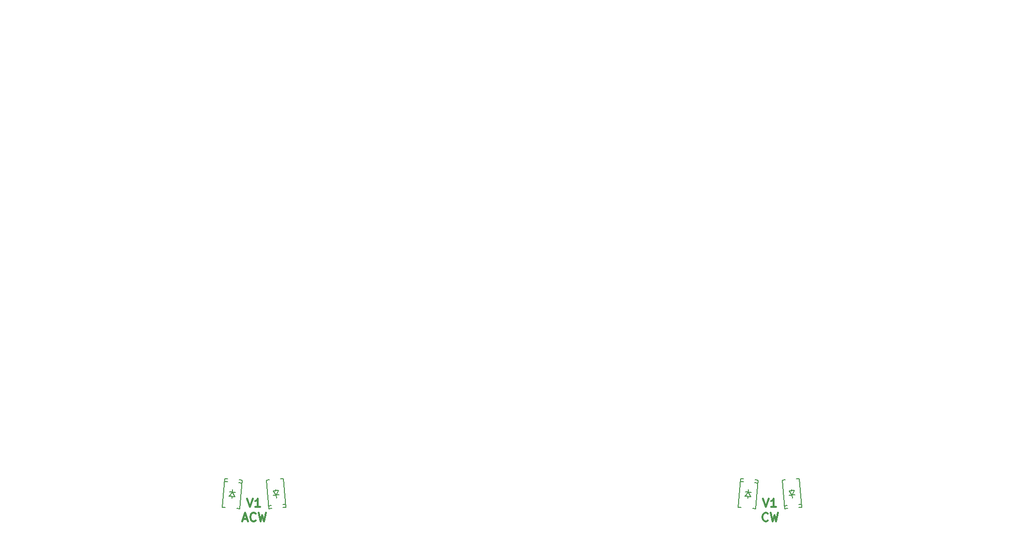
<source format=gto>
G04 #@! TF.FileFunction,Legend,Top*
%FSLAX46Y46*%
G04 Gerber Fmt 4.6, Leading zero omitted, Abs format (unit mm)*
G04 Created by KiCad (PCBNEW 4.0.2-1.fc23-product) date Sun 04 Sep 2016 23:35:13 BST*
%MOMM*%
G01*
G04 APERTURE LIST*
%ADD10C,0.150000*%
%ADD11C,0.200000*%
%ADD12C,0.300000*%
%ADD13C,13.000000*%
%ADD14C,0.500000*%
%ADD15C,1.100000*%
G04 APERTURE END LIST*
D10*
D11*
X105000000Y-57000000D02*
X105000000Y-55000000D01*
X105000000Y-64000000D02*
X105000000Y-66000000D01*
X107680000Y-57090000D02*
X107820000Y-55100000D01*
X107190000Y-64080000D02*
X107050000Y-66070000D01*
X110350000Y-57380000D02*
X110630000Y-55400000D01*
X109360000Y-64310000D02*
X109080000Y-66290000D01*
X112990000Y-57850000D02*
X113410000Y-55890000D01*
X111520000Y-64690000D02*
X111100000Y-66650000D01*
X115590000Y-58510000D02*
X116150000Y-56580000D01*
X113640000Y-65230000D02*
X113080000Y-67150000D01*
X118140000Y-59340000D02*
X118830000Y-57470000D01*
X115720000Y-65910000D02*
X115030000Y-67790000D01*
X120620000Y-60360000D02*
X121440000Y-58540000D01*
X117740000Y-66740000D02*
X116920000Y-68560000D01*
X123020000Y-61550000D02*
X123970000Y-59790000D01*
X119700000Y-67710000D02*
X118760000Y-69470000D01*
X125340000Y-62900000D02*
X126410000Y-61210000D01*
X121590000Y-68810000D02*
X120520000Y-70500000D01*
X127550000Y-64420000D02*
X128740000Y-62810000D01*
X123400000Y-70050000D02*
X122210000Y-71660000D01*
X129650000Y-66080000D02*
X130950000Y-64560000D01*
X125110000Y-71410000D02*
X123810000Y-72930000D01*
X131630000Y-67890000D02*
X133030000Y-66470000D01*
X126730000Y-72890000D02*
X125320000Y-74310000D01*
X133480000Y-69840000D02*
X134980000Y-68520000D01*
X128230000Y-74470000D02*
X126730000Y-75800000D01*
X135180000Y-71910000D02*
X136770000Y-70700000D01*
X129620000Y-76160000D02*
X128030000Y-77380000D01*
X136730000Y-74100000D02*
X138410000Y-73000000D01*
X130890000Y-77950000D02*
X129220000Y-79050000D01*
X138130000Y-76390000D02*
X139870000Y-75410000D01*
X132030000Y-79820000D02*
X130280000Y-80800000D01*
X139360000Y-78770000D02*
X141170000Y-77920000D01*
X133030000Y-81760000D02*
X131220000Y-82620000D01*
X140420000Y-81240000D02*
X142280000Y-80510000D01*
X133890000Y-83770000D02*
X132030000Y-84500000D01*
X141300000Y-83770000D02*
X143210000Y-83180000D01*
X134620000Y-85840000D02*
X132700000Y-86430000D01*
X142000000Y-86360000D02*
X143950000Y-85900000D01*
X135190000Y-87950000D02*
X133240000Y-88400000D01*
X142520000Y-88990000D02*
X144500000Y-88670000D01*
X135610000Y-90100000D02*
X133630000Y-90410000D01*
X142850000Y-91650000D02*
X144840000Y-91470000D01*
X135880000Y-92270000D02*
X133890000Y-92440000D01*
X142990000Y-94330000D02*
X144990000Y-94290000D01*
X136000000Y-94450000D02*
X134000000Y-94490000D01*
X142950000Y-97010000D02*
X144940000Y-97120000D01*
X135960000Y-96640000D02*
X133960000Y-96530000D01*
X142710000Y-99680000D02*
X144700000Y-99930000D01*
X135760000Y-98820000D02*
X133780000Y-98570000D01*
X142290000Y-102330000D02*
X144250000Y-102720000D01*
X135420000Y-100980000D02*
X133460000Y-100590000D01*
X141680000Y-104940000D02*
X143610000Y-105470000D01*
X134920000Y-103110000D02*
X132990000Y-102590000D01*
X140880000Y-107510000D02*
X142770000Y-108160000D01*
X134270000Y-105200000D02*
X132380000Y-104540000D01*
X139910000Y-110010000D02*
X141750000Y-110800000D01*
X133480000Y-107240000D02*
X131640000Y-106450000D01*
X138770000Y-112430000D02*
X140540000Y-113350000D01*
X132550000Y-109220000D02*
X130770000Y-108300000D01*
X137450000Y-114770000D02*
X139160000Y-115810000D01*
X131470000Y-111130000D02*
X129770000Y-110090000D01*
X135980000Y-117010000D02*
X137610000Y-118170000D01*
X130270000Y-112950000D02*
X128640000Y-111800000D01*
X134350000Y-119140000D02*
X135890000Y-120410000D01*
X128940000Y-114690000D02*
X127400000Y-113420000D01*
X132570000Y-121150000D02*
X134020000Y-122530000D01*
X127490000Y-116330000D02*
X126040000Y-114960000D01*
X130660000Y-123030000D02*
X132010000Y-124500000D01*
X125930000Y-117870000D02*
X124580000Y-116390000D01*
X128620000Y-124770000D02*
X129860000Y-126340000D01*
X124270000Y-119290000D02*
X123020000Y-117720000D01*
X126460000Y-126360000D02*
X127590000Y-128010000D01*
X122510000Y-120580000D02*
X121380000Y-118930000D01*
X124190000Y-127800000D02*
X125200000Y-129520000D01*
X120660000Y-121760000D02*
X119650000Y-120030000D01*
X121830000Y-129070000D02*
X122720000Y-130860000D01*
X118730000Y-122790000D02*
X117850000Y-121000000D01*
X119390000Y-130170000D02*
X120140000Y-132020000D01*
X116740000Y-123690000D02*
X115980000Y-121840000D01*
X116870000Y-131100000D02*
X117490000Y-133000000D01*
X114680000Y-124450000D02*
X114060000Y-122550000D01*
X114290000Y-131850000D02*
X114780000Y-133790000D01*
X112580000Y-125060000D02*
X112090000Y-123120000D01*
X111670000Y-132410000D02*
X112020000Y-134380000D01*
X110440000Y-125520000D02*
X110090000Y-123550000D01*
X109020000Y-132790000D02*
X109230000Y-134780000D01*
X108280000Y-125830000D02*
X108070000Y-123840000D01*
X106340000Y-132980000D02*
X106410000Y-134980000D01*
X106090000Y-125980000D02*
X106020000Y-123980000D01*
X103660000Y-132980000D02*
X103590000Y-134980000D01*
X103910000Y-125980000D02*
X103980000Y-123980000D01*
X100980000Y-132790000D02*
X100770000Y-134780000D01*
X101720000Y-125830000D02*
X101930000Y-123840000D01*
X98330000Y-132410000D02*
X97980000Y-134380000D01*
X99560000Y-125520000D02*
X99910000Y-123550000D01*
X95710000Y-131850000D02*
X95220000Y-133790000D01*
X97420000Y-125060000D02*
X97910000Y-123120000D01*
X93130000Y-131100000D02*
X92510000Y-133000000D01*
X95320000Y-124450000D02*
X95940000Y-122550000D01*
X90610000Y-130170000D02*
X89860000Y-132020000D01*
X93260000Y-123690000D02*
X94020000Y-121840000D01*
X88170000Y-129070000D02*
X87280000Y-130860000D01*
X91270000Y-122790000D02*
X92150000Y-121000000D01*
X85810000Y-127800000D02*
X84800000Y-129520000D01*
X89340000Y-121760000D02*
X90350000Y-120030000D01*
X83540000Y-126360000D02*
X82410000Y-128010000D01*
X87490000Y-120580000D02*
X88620000Y-118930000D01*
X81380000Y-124770000D02*
X80140000Y-126340000D01*
X85730000Y-119290000D02*
X86980000Y-117720000D01*
X79340000Y-123030000D02*
X77990000Y-124500000D01*
X84070000Y-117870000D02*
X85420000Y-116390000D01*
X77430000Y-121150000D02*
X75980000Y-122530000D01*
X82510000Y-116330000D02*
X83960000Y-114960000D01*
X75650000Y-119140000D02*
X74110000Y-120410000D01*
X81060000Y-114690000D02*
X82600000Y-113420000D01*
X74020000Y-117010000D02*
X72390000Y-118170000D01*
X79730000Y-112950000D02*
X81360000Y-111800000D01*
X72550000Y-114770000D02*
X70840000Y-115810000D01*
X78530000Y-111130000D02*
X80230000Y-110090000D01*
X71230000Y-112430000D02*
X69460000Y-113350000D01*
X77450000Y-109220000D02*
X79230000Y-108300000D01*
X70090000Y-110010000D02*
X68250000Y-110800000D01*
X76520000Y-107240000D02*
X78360000Y-106450000D01*
X69120000Y-107510000D02*
X67230000Y-108160000D01*
X75730000Y-105200000D02*
X77620000Y-104540000D01*
X68320000Y-104940000D02*
X66390000Y-105470000D01*
X75080000Y-103110000D02*
X77010000Y-102590000D01*
X67710000Y-102330000D02*
X65750000Y-102720000D01*
X74580000Y-100980000D02*
X76540000Y-100590000D01*
X67290000Y-99680000D02*
X65300000Y-99930000D01*
X74240000Y-98820000D02*
X76220000Y-98570000D01*
X67050000Y-97010000D02*
X65060000Y-97120000D01*
X74040000Y-96640000D02*
X76040000Y-96530000D01*
X67010000Y-94330000D02*
X65010000Y-94290000D01*
X74000000Y-94450000D02*
X76000000Y-94490000D01*
X67150000Y-91650000D02*
X65160000Y-91470000D01*
X74120000Y-92270000D02*
X76110000Y-92440000D01*
X67480000Y-88990000D02*
X65500000Y-88670000D01*
X74390000Y-90100000D02*
X76370000Y-90410000D01*
X68000000Y-86360000D02*
X66050000Y-85900000D01*
X74810000Y-87950000D02*
X76760000Y-88400000D01*
X68700000Y-83770000D02*
X66790000Y-83180000D01*
X75380000Y-85840000D02*
X77300000Y-86430000D01*
X69580000Y-81240000D02*
X67720000Y-80510000D01*
X76110000Y-83770000D02*
X77970000Y-84500000D01*
X70640000Y-78770000D02*
X68830000Y-77920000D01*
X76970000Y-81760000D02*
X78780000Y-82620000D01*
X71870000Y-76390000D02*
X70130000Y-75410000D01*
X77970000Y-79820000D02*
X79720000Y-80800000D01*
X73270000Y-74100000D02*
X71590000Y-73000000D01*
X79110000Y-77950000D02*
X80780000Y-79050000D01*
X74820000Y-71910000D02*
X73230000Y-70700000D01*
X80380000Y-76160000D02*
X81970000Y-77380000D01*
X76520000Y-69840000D02*
X75020000Y-68520000D01*
X81770000Y-74470000D02*
X83270000Y-75800000D01*
X78370000Y-67890000D02*
X76970000Y-66470000D01*
X83270000Y-72890000D02*
X84680000Y-74310000D01*
X80350000Y-66080000D02*
X79050000Y-64560000D01*
X84890000Y-71410000D02*
X86190000Y-72930000D01*
X82450000Y-64420000D02*
X81260000Y-62810000D01*
X86600000Y-70050000D02*
X87790000Y-71660000D01*
X84660000Y-62900000D02*
X83590000Y-61210000D01*
X88410000Y-68810000D02*
X89480000Y-70500000D01*
X86980000Y-61550000D02*
X86030000Y-59790000D01*
X90300000Y-67710000D02*
X91240000Y-69470000D01*
X89380000Y-60360000D02*
X88560000Y-58540000D01*
X92260000Y-66740000D02*
X93080000Y-68560000D01*
X91860000Y-59340000D02*
X91170000Y-57470000D01*
X94280000Y-65910000D02*
X94970000Y-67790000D01*
X94410000Y-58510000D02*
X93850000Y-56580000D01*
X96360000Y-65230000D02*
X96920000Y-67150000D01*
X97010000Y-57850000D02*
X96590000Y-55890000D01*
X98480000Y-64690000D02*
X98900000Y-66650000D01*
X99650000Y-57380000D02*
X99370000Y-55400000D01*
X100640000Y-64310000D02*
X100920000Y-66290000D01*
X102320000Y-57090000D02*
X102180000Y-55100000D01*
X102810000Y-64080000D02*
X102950000Y-66070000D01*
D12*
X103785715Y-139678571D02*
X104285715Y-141178571D01*
X104785715Y-139678571D01*
X106071429Y-141178571D02*
X105214286Y-141178571D01*
X105642858Y-141178571D02*
X105642858Y-139678571D01*
X105500001Y-139892857D01*
X105357143Y-140035714D01*
X105214286Y-140107143D01*
X103035714Y-143250000D02*
X103750000Y-143250000D01*
X102892857Y-143678571D02*
X103392857Y-142178571D01*
X103892857Y-143678571D01*
X105250000Y-143535714D02*
X105178571Y-143607143D01*
X104964285Y-143678571D01*
X104821428Y-143678571D01*
X104607143Y-143607143D01*
X104464285Y-143464286D01*
X104392857Y-143321429D01*
X104321428Y-143035714D01*
X104321428Y-142821429D01*
X104392857Y-142535714D01*
X104464285Y-142392857D01*
X104607143Y-142250000D01*
X104821428Y-142178571D01*
X104964285Y-142178571D01*
X105178571Y-142250000D01*
X105250000Y-142321429D01*
X105750000Y-142178571D02*
X106107143Y-143678571D01*
X106392857Y-142607143D01*
X106678571Y-143678571D01*
X107035714Y-142178571D01*
D11*
X195000000Y-57000000D02*
X195000000Y-55000000D01*
X195000000Y-64000000D02*
X195000000Y-66000000D01*
X197680000Y-57090000D02*
X197820000Y-55100000D01*
X197190000Y-64080000D02*
X197050000Y-66070000D01*
X200350000Y-57380000D02*
X200630000Y-55400000D01*
X199360000Y-64310000D02*
X199080000Y-66290000D01*
X202990000Y-57850000D02*
X203410000Y-55890000D01*
X201520000Y-64690000D02*
X201100000Y-66650000D01*
X205590000Y-58510000D02*
X206150000Y-56580000D01*
X203640000Y-65230000D02*
X203080000Y-67150000D01*
X208140000Y-59340000D02*
X208830000Y-57470000D01*
X205720000Y-65910000D02*
X205030000Y-67790000D01*
X210620000Y-60360000D02*
X211440000Y-58540000D01*
X207740000Y-66740000D02*
X206920000Y-68560000D01*
X213020000Y-61550000D02*
X213970000Y-59790000D01*
X209700000Y-67710000D02*
X208760000Y-69470000D01*
X215340000Y-62900000D02*
X216410000Y-61210000D01*
X211590000Y-68810000D02*
X210520000Y-70500000D01*
X217550000Y-64420000D02*
X218740000Y-62810000D01*
X213400000Y-70050000D02*
X212210000Y-71660000D01*
X219650000Y-66080000D02*
X220950000Y-64560000D01*
X215110000Y-71410000D02*
X213810000Y-72930000D01*
X221630000Y-67890000D02*
X223030000Y-66470000D01*
X216730000Y-72890000D02*
X215320000Y-74310000D01*
X223480000Y-69840000D02*
X224980000Y-68520000D01*
X218230000Y-74470000D02*
X216730000Y-75800000D01*
X225180000Y-71910000D02*
X226770000Y-70700000D01*
X219620000Y-76160000D02*
X218030000Y-77380000D01*
X226730000Y-74100000D02*
X228410000Y-73000000D01*
X220890000Y-77950000D02*
X219220000Y-79050000D01*
X228130000Y-76390000D02*
X229870000Y-75410000D01*
X222030000Y-79820000D02*
X220280000Y-80800000D01*
X229360000Y-78770000D02*
X231170000Y-77920000D01*
X223030000Y-81760000D02*
X221220000Y-82620000D01*
X230420000Y-81240000D02*
X232280000Y-80510000D01*
X223890000Y-83770000D02*
X222030000Y-84500000D01*
X231300000Y-83770000D02*
X233210000Y-83180000D01*
X224620000Y-85840000D02*
X222700000Y-86430000D01*
X232000000Y-86360000D02*
X233950000Y-85900000D01*
X225190000Y-87950000D02*
X223240000Y-88400000D01*
X232520000Y-88990000D02*
X234500000Y-88670000D01*
X225610000Y-90100000D02*
X223630000Y-90410000D01*
X232850000Y-91650000D02*
X234840000Y-91470000D01*
X225880000Y-92270000D02*
X223890000Y-92440000D01*
X232990000Y-94330000D02*
X234990000Y-94290000D01*
X226000000Y-94450000D02*
X224000000Y-94490000D01*
X232950000Y-97010000D02*
X234940000Y-97120000D01*
X225960000Y-96640000D02*
X223960000Y-96530000D01*
X232710000Y-99680000D02*
X234700000Y-99930000D01*
X225760000Y-98820000D02*
X223780000Y-98570000D01*
X232290000Y-102330000D02*
X234250000Y-102720000D01*
X225420000Y-100980000D02*
X223460000Y-100590000D01*
X231680000Y-104940000D02*
X233610000Y-105470000D01*
X224920000Y-103110000D02*
X222990000Y-102590000D01*
X230880000Y-107510000D02*
X232770000Y-108160000D01*
X224270000Y-105200000D02*
X222380000Y-104540000D01*
X229910000Y-110010000D02*
X231750000Y-110800000D01*
X223480000Y-107240000D02*
X221640000Y-106450000D01*
X228770000Y-112430000D02*
X230540000Y-113350000D01*
X222550000Y-109220000D02*
X220770000Y-108300000D01*
X227450000Y-114770000D02*
X229160000Y-115810000D01*
X221470000Y-111130000D02*
X219770000Y-110090000D01*
X225980000Y-117010000D02*
X227610000Y-118170000D01*
X220270000Y-112950000D02*
X218640000Y-111800000D01*
X224350000Y-119140000D02*
X225890000Y-120410000D01*
X218940000Y-114690000D02*
X217400000Y-113420000D01*
X222570000Y-121150000D02*
X224020000Y-122530000D01*
X217490000Y-116330000D02*
X216040000Y-114960000D01*
X220660000Y-123030000D02*
X222010000Y-124500000D01*
X215930000Y-117870000D02*
X214580000Y-116390000D01*
X218620000Y-124770000D02*
X219860000Y-126340000D01*
X214270000Y-119290000D02*
X213020000Y-117720000D01*
X216460000Y-126360000D02*
X217590000Y-128010000D01*
X212510000Y-120580000D02*
X211380000Y-118930000D01*
X214190000Y-127800000D02*
X215200000Y-129520000D01*
X210660000Y-121760000D02*
X209650000Y-120030000D01*
X211830000Y-129070000D02*
X212720000Y-130860000D01*
X208730000Y-122790000D02*
X207850000Y-121000000D01*
X209390000Y-130170000D02*
X210140000Y-132020000D01*
X206740000Y-123690000D02*
X205980000Y-121840000D01*
X206870000Y-131100000D02*
X207490000Y-133000000D01*
X204680000Y-124450000D02*
X204060000Y-122550000D01*
X204290000Y-131850000D02*
X204780000Y-133790000D01*
X202580000Y-125060000D02*
X202090000Y-123120000D01*
X201670000Y-132410000D02*
X202020000Y-134380000D01*
X200440000Y-125520000D02*
X200090000Y-123550000D01*
X199020000Y-132790000D02*
X199230000Y-134780000D01*
X198280000Y-125830000D02*
X198070000Y-123840000D01*
X196340000Y-132980000D02*
X196410000Y-134980000D01*
X196090000Y-125980000D02*
X196020000Y-123980000D01*
X193660000Y-132980000D02*
X193590000Y-134980000D01*
X193910000Y-125980000D02*
X193980000Y-123980000D01*
X190980000Y-132790000D02*
X190770000Y-134780000D01*
X191720000Y-125830000D02*
X191930000Y-123840000D01*
X188330000Y-132410000D02*
X187980000Y-134380000D01*
X189560000Y-125520000D02*
X189910000Y-123550000D01*
X185710000Y-131850000D02*
X185220000Y-133790000D01*
X187420000Y-125060000D02*
X187910000Y-123120000D01*
X183130000Y-131100000D02*
X182510000Y-133000000D01*
X185320000Y-124450000D02*
X185940000Y-122550000D01*
X180610000Y-130170000D02*
X179860000Y-132020000D01*
X183260000Y-123690000D02*
X184020000Y-121840000D01*
X178170000Y-129070000D02*
X177280000Y-130860000D01*
X181270000Y-122790000D02*
X182150000Y-121000000D01*
X175810000Y-127800000D02*
X174800000Y-129520000D01*
X179340000Y-121760000D02*
X180350000Y-120030000D01*
X173540000Y-126360000D02*
X172410000Y-128010000D01*
X177490000Y-120580000D02*
X178620000Y-118930000D01*
X171380000Y-124770000D02*
X170140000Y-126340000D01*
X175730000Y-119290000D02*
X176980000Y-117720000D01*
X169340000Y-123030000D02*
X167990000Y-124500000D01*
X174070000Y-117870000D02*
X175420000Y-116390000D01*
X167430000Y-121150000D02*
X165980000Y-122530000D01*
X172510000Y-116330000D02*
X173960000Y-114960000D01*
X165650000Y-119140000D02*
X164110000Y-120410000D01*
X171060000Y-114690000D02*
X172600000Y-113420000D01*
X164020000Y-117010000D02*
X162390000Y-118170000D01*
X169730000Y-112950000D02*
X171360000Y-111800000D01*
X162550000Y-114770000D02*
X160840000Y-115810000D01*
X168530000Y-111130000D02*
X170230000Y-110090000D01*
X161230000Y-112430000D02*
X159460000Y-113350000D01*
X167450000Y-109220000D02*
X169230000Y-108300000D01*
X160090000Y-110010000D02*
X158250000Y-110800000D01*
X166520000Y-107240000D02*
X168360000Y-106450000D01*
X159120000Y-107510000D02*
X157230000Y-108160000D01*
X165730000Y-105200000D02*
X167620000Y-104540000D01*
X158320000Y-104940000D02*
X156390000Y-105470000D01*
X165080000Y-103110000D02*
X167010000Y-102590000D01*
X157710000Y-102330000D02*
X155750000Y-102720000D01*
X164580000Y-100980000D02*
X166540000Y-100590000D01*
X157290000Y-99680000D02*
X155300000Y-99930000D01*
X164240000Y-98820000D02*
X166220000Y-98570000D01*
X157050000Y-97010000D02*
X155060000Y-97120000D01*
X164040000Y-96640000D02*
X166040000Y-96530000D01*
X157010000Y-94330000D02*
X155010000Y-94290000D01*
X164000000Y-94450000D02*
X166000000Y-94490000D01*
X157150000Y-91650000D02*
X155160000Y-91470000D01*
X164120000Y-92270000D02*
X166110000Y-92440000D01*
X157480000Y-88990000D02*
X155500000Y-88670000D01*
X164390000Y-90100000D02*
X166370000Y-90410000D01*
X158000000Y-86360000D02*
X156050000Y-85900000D01*
X164810000Y-87950000D02*
X166760000Y-88400000D01*
X158700000Y-83770000D02*
X156790000Y-83180000D01*
X165380000Y-85840000D02*
X167300000Y-86430000D01*
X159580000Y-81240000D02*
X157720000Y-80510000D01*
X166110000Y-83770000D02*
X167970000Y-84500000D01*
X160640000Y-78770000D02*
X158830000Y-77920000D01*
X166970000Y-81760000D02*
X168780000Y-82620000D01*
X161870000Y-76390000D02*
X160130000Y-75410000D01*
X167970000Y-79820000D02*
X169720000Y-80800000D01*
X163270000Y-74100000D02*
X161590000Y-73000000D01*
X169110000Y-77950000D02*
X170780000Y-79050000D01*
X164820000Y-71910000D02*
X163230000Y-70700000D01*
X170380000Y-76160000D02*
X171970000Y-77380000D01*
X166520000Y-69840000D02*
X165020000Y-68520000D01*
X171770000Y-74470000D02*
X173270000Y-75800000D01*
X168370000Y-67890000D02*
X166970000Y-66470000D01*
X173270000Y-72890000D02*
X174680000Y-74310000D01*
X170350000Y-66080000D02*
X169050000Y-64560000D01*
X174890000Y-71410000D02*
X176190000Y-72930000D01*
X172450000Y-64420000D02*
X171260000Y-62810000D01*
X176600000Y-70050000D02*
X177790000Y-71660000D01*
X174660000Y-62900000D02*
X173590000Y-61210000D01*
X178410000Y-68810000D02*
X179480000Y-70500000D01*
X176980000Y-61550000D02*
X176030000Y-59790000D01*
X180300000Y-67710000D02*
X181240000Y-69470000D01*
X179380000Y-60360000D02*
X178560000Y-58540000D01*
X182260000Y-66740000D02*
X183080000Y-68560000D01*
X181860000Y-59340000D02*
X181170000Y-57470000D01*
X184280000Y-65910000D02*
X184970000Y-67790000D01*
X184410000Y-58510000D02*
X183850000Y-56580000D01*
X186360000Y-65230000D02*
X186920000Y-67150000D01*
X187010000Y-57850000D02*
X186590000Y-55890000D01*
X188480000Y-64690000D02*
X188900000Y-66650000D01*
X189650000Y-57380000D02*
X189370000Y-55400000D01*
X190640000Y-64310000D02*
X190920000Y-66290000D01*
X192320000Y-57090000D02*
X192180000Y-55100000D01*
X192810000Y-64080000D02*
X192950000Y-66070000D01*
D12*
X193785715Y-139678571D02*
X194285715Y-141178571D01*
X194785715Y-139678571D01*
X196071429Y-141178571D02*
X195214286Y-141178571D01*
X195642858Y-141178571D02*
X195642858Y-139678571D01*
X195500001Y-139892857D01*
X195357143Y-140035714D01*
X195214286Y-140107143D01*
X194607143Y-143535714D02*
X194535714Y-143607143D01*
X194321428Y-143678571D01*
X194178571Y-143678571D01*
X193964286Y-143607143D01*
X193821428Y-143464286D01*
X193750000Y-143321429D01*
X193678571Y-143035714D01*
X193678571Y-142821429D01*
X193750000Y-142535714D01*
X193821428Y-142392857D01*
X193964286Y-142250000D01*
X194178571Y-142178571D01*
X194321428Y-142178571D01*
X194535714Y-142250000D01*
X194607143Y-142321429D01*
X195107143Y-142178571D02*
X195464286Y-143678571D01*
X195750000Y-142607143D01*
X196035714Y-143678571D01*
X196392857Y-142178571D01*
D10*
X108851789Y-139079049D02*
X108895367Y-139577146D01*
X108353692Y-139122627D02*
X109349886Y-139035471D01*
X109284519Y-138288325D02*
X108851789Y-139079049D01*
X108851789Y-139079049D02*
X108288325Y-138375481D01*
X108786422Y-138331903D02*
X108764633Y-138082854D01*
X110498604Y-140691656D02*
X110000506Y-140735234D01*
X107510019Y-140953123D02*
X108008117Y-140909545D01*
X108288325Y-138375481D02*
X109284519Y-138288325D01*
X107117819Y-136470247D02*
X107615916Y-136426669D01*
X110106403Y-136208780D02*
X109608305Y-136252358D01*
X110542181Y-141189753D02*
X110044084Y-141233331D01*
X107553597Y-141451220D02*
X108051695Y-141407642D01*
X110542181Y-141189753D02*
X110106403Y-136208780D01*
X107553597Y-141451220D02*
X107117819Y-136470247D01*
X101191789Y-138580951D02*
X101235367Y-138082854D01*
X101689886Y-138624529D02*
X100693692Y-138537373D01*
X100628325Y-139284519D02*
X101191789Y-138580951D01*
X101191789Y-138580951D02*
X101624519Y-139371675D01*
X101126422Y-139328097D02*
X101104633Y-139577146D01*
X99850019Y-136706877D02*
X100348117Y-136750455D01*
X102838604Y-136968344D02*
X102340506Y-136924766D01*
X101624519Y-139371675D02*
X100628325Y-139284519D01*
X102446403Y-141451220D02*
X101948305Y-141407642D01*
X99457819Y-141189753D02*
X99955916Y-141233331D01*
X99893597Y-136208780D02*
X100391695Y-136252358D01*
X102882181Y-136470247D02*
X102384084Y-136426669D01*
X99893597Y-136208780D02*
X99457819Y-141189753D01*
X102882181Y-136470247D02*
X102446403Y-141451220D01*
X198851789Y-139079049D02*
X198895367Y-139577146D01*
X198353692Y-139122627D02*
X199349886Y-139035471D01*
X199284519Y-138288325D02*
X198851789Y-139079049D01*
X198851789Y-139079049D02*
X198288325Y-138375481D01*
X198786422Y-138331903D02*
X198764633Y-138082854D01*
X200498604Y-140691656D02*
X200000506Y-140735234D01*
X197510019Y-140953123D02*
X198008117Y-140909545D01*
X198288325Y-138375481D02*
X199284519Y-138288325D01*
X197117819Y-136470247D02*
X197615916Y-136426669D01*
X200106403Y-136208780D02*
X199608305Y-136252358D01*
X200542181Y-141189753D02*
X200044084Y-141233331D01*
X197553597Y-141451220D02*
X198051695Y-141407642D01*
X200542181Y-141189753D02*
X200106403Y-136208780D01*
X197553597Y-141451220D02*
X197117819Y-136470247D01*
X191191789Y-138580951D02*
X191235367Y-138082854D01*
X191689886Y-138624529D02*
X190693692Y-138537373D01*
X190628325Y-139284519D02*
X191191789Y-138580951D01*
X191191789Y-138580951D02*
X191624519Y-139371675D01*
X191126422Y-139328097D02*
X191104633Y-139577146D01*
X189850019Y-136706877D02*
X190348117Y-136750455D01*
X192838604Y-136968344D02*
X192340506Y-136924766D01*
X191624519Y-139371675D02*
X190628325Y-139284519D01*
X192446403Y-141451220D02*
X191948305Y-141407642D01*
X189457819Y-141189753D02*
X189955916Y-141233331D01*
X189893597Y-136208780D02*
X190391695Y-136252358D01*
X192882181Y-136470247D02*
X192384084Y-136426669D01*
X189893597Y-136208780D02*
X189457819Y-141189753D01*
X192882181Y-136470247D02*
X192446403Y-141451220D01*
%LPC*%
D13*
X139500000Y-95000000D02*
G75*
G03X139500000Y-95000000I-34500000J0D01*
G01*
X229500000Y-95000000D02*
G75*
G03X229500000Y-95000000I-34500000J0D01*
G01*
D10*
G36*
X126231895Y-133689785D02*
X128804920Y-138070372D01*
X114823595Y-143221348D01*
X113939589Y-138218495D01*
X126231895Y-133689785D01*
X126231895Y-133689785D01*
G37*
G36*
X96060411Y-138218495D02*
X95176405Y-143221348D01*
X81195080Y-138070372D01*
X83768105Y-133689785D01*
X96060411Y-138218495D01*
X96060411Y-138218495D01*
G37*
G36*
X110004537Y-142215516D02*
X108261196Y-142368038D01*
X108030233Y-139728122D01*
X109773574Y-139575600D01*
X110004537Y-142215516D01*
X110004537Y-142215516D01*
G37*
G36*
X109629767Y-137931878D02*
X107886426Y-138084400D01*
X107655463Y-135444484D01*
X109398804Y-135291962D01*
X109629767Y-137931878D01*
X109629767Y-137931878D01*
G37*
G36*
X100601196Y-135291962D02*
X102344537Y-135444484D01*
X102113574Y-138084400D01*
X100370233Y-137931878D01*
X100601196Y-135291962D01*
X100601196Y-135291962D01*
G37*
G36*
X100226426Y-139575600D02*
X101969767Y-139728122D01*
X101738804Y-142368038D01*
X99995463Y-142215516D01*
X100226426Y-139575600D01*
X100226426Y-139575600D01*
G37*
D14*
X133110000Y-123110000D03*
X133817107Y-122402893D03*
X134524214Y-121695786D03*
X132402893Y-123817107D03*
X131695786Y-124524214D03*
X141720000Y-110210000D03*
X142102683Y-109286120D03*
X142485367Y-108362241D03*
X141337317Y-111133880D03*
X140954633Y-112057759D03*
X144750000Y-95000000D03*
X144750000Y-94000000D03*
X144750000Y-93000000D03*
X144750000Y-96000000D03*
X144750000Y-97000000D03*
X141720000Y-79790000D03*
X141337317Y-78866120D03*
X140954633Y-77942241D03*
X142102683Y-80713880D03*
X142485367Y-81637759D03*
X133110000Y-66890000D03*
X132402893Y-66182893D03*
X131695786Y-65475786D03*
X133817107Y-67597107D03*
X134524214Y-68304214D03*
X120210000Y-58280000D03*
X119286120Y-57897317D03*
X118362241Y-57514633D03*
X121133880Y-58662683D03*
X122057759Y-59045367D03*
X105000000Y-55250000D03*
X104000000Y-55250000D03*
X103000000Y-55250000D03*
X106000000Y-55250000D03*
X107000000Y-55250000D03*
X89790000Y-58280000D03*
X88866120Y-58662683D03*
X87942241Y-59045367D03*
X90713880Y-57897317D03*
X91637759Y-57514633D03*
X76890000Y-66890000D03*
X76182893Y-67597107D03*
X75475786Y-68304214D03*
X77597107Y-66182893D03*
X78304214Y-65475786D03*
X68280000Y-79790000D03*
X67897317Y-80713880D03*
X67514633Y-81637759D03*
X68662683Y-78866120D03*
X69045367Y-77942241D03*
X65250000Y-95000000D03*
X65250000Y-96000000D03*
X65250000Y-97000000D03*
X65250000Y-94000000D03*
X65250000Y-93000000D03*
X68280000Y-110210000D03*
X68662683Y-111133880D03*
X69045367Y-112057759D03*
X67897317Y-109286120D03*
X67514633Y-108362241D03*
X76890000Y-123110000D03*
X77597107Y-123817107D03*
X78304214Y-124524214D03*
X76182893Y-122402893D03*
X75475786Y-121695786D03*
X85960000Y-140960000D03*
X86883880Y-141342683D03*
X87807759Y-141725367D03*
X85036120Y-140577317D03*
X84112241Y-140194633D03*
X105000000Y-144750000D03*
X106000000Y-144750000D03*
X107000000Y-144750000D03*
X104000000Y-144750000D03*
X103000000Y-144750000D03*
X124040000Y-140960000D03*
X124963880Y-140577317D03*
X125887759Y-140194633D03*
X123116120Y-141342683D03*
X122192241Y-141725367D03*
D10*
G36*
X216231895Y-133689785D02*
X218804920Y-138070372D01*
X204823595Y-143221348D01*
X203939589Y-138218495D01*
X216231895Y-133689785D01*
X216231895Y-133689785D01*
G37*
G36*
X186060411Y-138218495D02*
X185176405Y-143221348D01*
X171195080Y-138070372D01*
X173768105Y-133689785D01*
X186060411Y-138218495D01*
X186060411Y-138218495D01*
G37*
G36*
X200004537Y-142215516D02*
X198261196Y-142368038D01*
X198030233Y-139728122D01*
X199773574Y-139575600D01*
X200004537Y-142215516D01*
X200004537Y-142215516D01*
G37*
G36*
X199629767Y-137931878D02*
X197886426Y-138084400D01*
X197655463Y-135444484D01*
X199398804Y-135291962D01*
X199629767Y-137931878D01*
X199629767Y-137931878D01*
G37*
G36*
X190601196Y-135291962D02*
X192344537Y-135444484D01*
X192113574Y-138084400D01*
X190370233Y-137931878D01*
X190601196Y-135291962D01*
X190601196Y-135291962D01*
G37*
G36*
X190226426Y-139575600D02*
X191969767Y-139728122D01*
X191738804Y-142368038D01*
X189995463Y-142215516D01*
X190226426Y-139575600D01*
X190226426Y-139575600D01*
G37*
D14*
X223110000Y-123110000D03*
X223817107Y-122402893D03*
X224524214Y-121695786D03*
X222402893Y-123817107D03*
X221695786Y-124524214D03*
X231720000Y-110210000D03*
X232102683Y-109286120D03*
X232485367Y-108362241D03*
X231337317Y-111133880D03*
X230954633Y-112057759D03*
X234750000Y-95000000D03*
X234750000Y-94000000D03*
X234750000Y-93000000D03*
X234750000Y-96000000D03*
X234750000Y-97000000D03*
X231720000Y-79790000D03*
X231337317Y-78866120D03*
X230954633Y-77942241D03*
X232102683Y-80713880D03*
X232485367Y-81637759D03*
X223110000Y-66890000D03*
X222402893Y-66182893D03*
X221695786Y-65475786D03*
X223817107Y-67597107D03*
X224524214Y-68304214D03*
X210210000Y-58280000D03*
X209286120Y-57897317D03*
X208362241Y-57514633D03*
X211133880Y-58662683D03*
X212057759Y-59045367D03*
X195000000Y-55250000D03*
X194000000Y-55250000D03*
X193000000Y-55250000D03*
X196000000Y-55250000D03*
X197000000Y-55250000D03*
X179790000Y-58280000D03*
X178866120Y-58662683D03*
X177942241Y-59045367D03*
X180713880Y-57897317D03*
X181637759Y-57514633D03*
X166890000Y-66890000D03*
X166182893Y-67597107D03*
X165475786Y-68304214D03*
X167597107Y-66182893D03*
X168304214Y-65475786D03*
X158280000Y-79790000D03*
X157897317Y-80713880D03*
X157514633Y-81637759D03*
X158662683Y-78866120D03*
X159045367Y-77942241D03*
X155250000Y-95000000D03*
X155250000Y-96000000D03*
X155250000Y-97000000D03*
X155250000Y-94000000D03*
X155250000Y-93000000D03*
X158280000Y-110210000D03*
X158662683Y-111133880D03*
X159045367Y-112057759D03*
X157897317Y-109286120D03*
X157514633Y-108362241D03*
X166890000Y-123110000D03*
X167597107Y-123817107D03*
X168304214Y-124524214D03*
X166182893Y-122402893D03*
X165475786Y-121695786D03*
X175960000Y-140960000D03*
X176883880Y-141342683D03*
X177807759Y-141725367D03*
X175036120Y-140577317D03*
X174112241Y-140194633D03*
X195000000Y-144750000D03*
X196000000Y-144750000D03*
X197000000Y-144750000D03*
X194000000Y-144750000D03*
X193000000Y-144750000D03*
X214040000Y-140960000D03*
X214963880Y-140577317D03*
X215887759Y-140194633D03*
X213116120Y-141342683D03*
X212192241Y-141725367D03*
D15*
X105000000Y-127000000D03*
X195000000Y-127000000D03*
M02*

</source>
